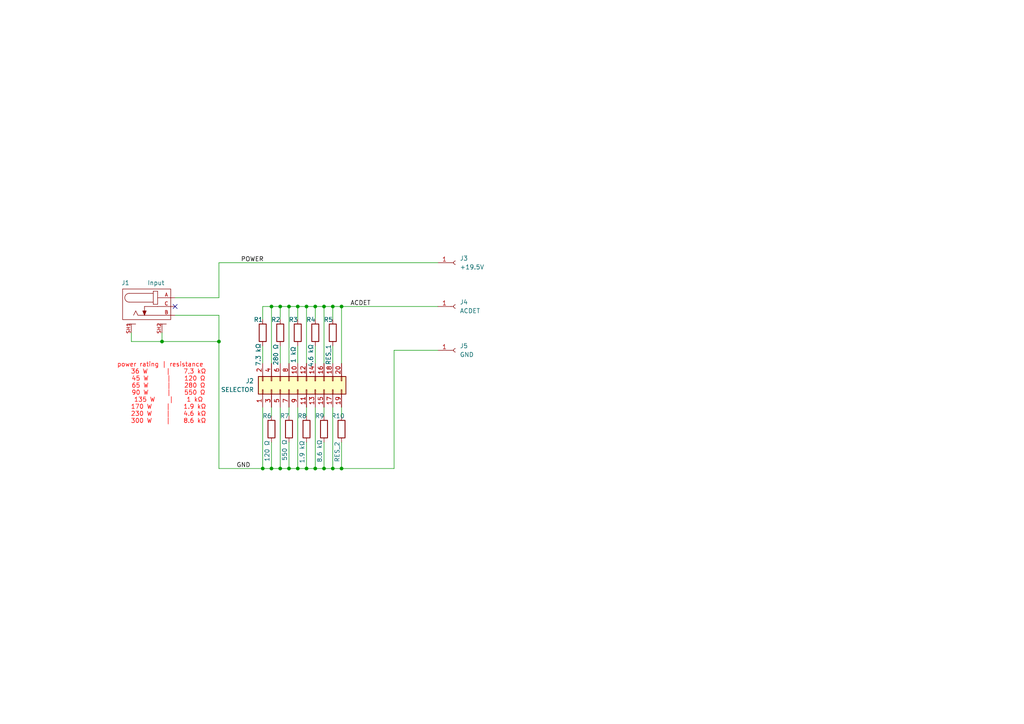
<source format=kicad_sch>
(kicad_sch (version 20250114) (generator "eeschema") (generator_version "9.0")
  (paper "A4")
  (lib_symbols
    (symbol "Connector:Conn_01x01_Socket" (pin_names (offset 1.016) (hide yes))
      (property "Reference" "J" (at 0 2.54 0))
      (property "Value" "Conn_01x01_Socket" (at 0 -2.54 0))
      (symbol "Conn_01x01_Socket_1_1"
        (polyline (pts (xy -1.27 0) (xy -0.508 0)) (stroke (width 0.1524)))
        (arc (start 0 -0.508) (mid -0.5058 0) (end 0 0.508) (stroke (width 0.1524)))
        (pin passive line (at -5.08 0 0) (length 3.81) (name "Pin_1") (number "1"))
      )
    )
    (symbol "Connector_Generic:Conn_02x10_Odd_Even" (pin_names (offset 1.016) (hide yes))
      (property "Reference" "J" (at 1.27 12.7 0))
      (property "Value" "Conn_02x10_Odd_Even" (at 1.27 -15.24 0))
      (symbol "Conn_02x10_Odd_Even_1_1"
        (rectangle (start -1.27 11.43) (end 3.81 -13.97) (stroke (width 0.254)) (fill (type background)))
        (rectangle (start -1.27 10.287) (end 0 10.033) (stroke (width 0.1524)))
        (rectangle (start -1.27 7.747) (end 0 7.493) (stroke (width 0.1524)))
        (rectangle (start -1.27 5.207) (end 0 4.953) (stroke (width 0.1524)))
        (rectangle (start -1.27 2.667) (end 0 2.413) (stroke (width 0.1524)))
        (rectangle (start -1.27 0.127) (end 0 -0.127) (stroke (width 0.1524)))
        (rectangle (start -1.27 -2.413) (end 0 -2.667) (stroke (width 0.1524)))
        (rectangle (start -1.27 -4.953) (end 0 -5.207) (stroke (width 0.1524)))
        (rectangle (start -1.27 -7.493) (end 0 -7.747) (stroke (width 0.1524)))
        (rectangle (start -1.27 -10.033) (end 0 -10.287) (stroke (width 0.1524)))
        (rectangle (start -1.27 -12.573) (end 0 -12.827) (stroke (width 0.1524)))
        (rectangle (start 3.81 10.287) (end 2.54 10.033) (stroke (width 0.1524)))
        (rectangle (start 3.81 7.747) (end 2.54 7.493) (stroke (width 0.1524)))
        (rectangle (start 3.81 5.207) (end 2.54 4.953) (stroke (width 0.1524)))
        (rectangle (start 3.81 2.667) (end 2.54 2.413) (stroke (width 0.1524)))
        (rectangle (start 3.81 0.127) (end 2.54 -0.127) (stroke (width 0.1524)))
        (rectangle (start 3.81 -2.413) (end 2.54 -2.667) (stroke (width 0.1524)))
        (rectangle (start 3.81 -4.953) (end 2.54 -5.207) (stroke (width 0.1524)))
        (rectangle (start 3.81 -7.493) (end 2.54 -7.747) (stroke (width 0.1524)))
        (rectangle (start 3.81 -10.033) (end 2.54 -10.287) (stroke (width 0.1524)))
        (rectangle (start 3.81 -12.573) (end 2.54 -12.827) (stroke (width 0.1524)))
        (pin passive line (at -5.08 10.16 0) (length 3.81) (name "Pin_1") (number "1"))
        (pin passive line (at -5.08 7.62 0) (length 3.81) (name "Pin_3") (number "3"))
        (pin passive line (at -5.08 5.08 0) (length 3.81) (name "Pin_5") (number "5"))
        (pin passive line (at -5.08 2.54 0) (length 3.81) (name "Pin_7") (number "7"))
        (pin passive line (at -5.08 0 0) (length 3.81) (name "Pin_9") (number "9"))
        (pin passive line (at -5.08 -2.54 0) (length 3.81) (name "Pin_11") (number "11"))
        (pin passive line (at -5.08 -5.08 0) (length 3.81) (name "Pin_13") (number "13"))
        (pin passive line (at -5.08 -7.62 0) (length 3.81) (name "Pin_15") (number "15"))
        (pin passive line (at -5.08 -10.16 0) (length 3.81) (name "Pin_17") (number "17"))
        (pin passive line (at -5.08 -12.7 0) (length 3.81) (name "Pin_19") (number "19"))
        (pin passive line (at 7.62 10.16 180) (length 3.81) (name "Pin_2") (number "2"))
        (pin passive line (at 7.62 7.62 180) (length 3.81) (name "Pin_4") (number "4"))
        (pin passive line (at 7.62 5.08 180) (length 3.81) (name "Pin_6") (number "6"))
        (pin passive line (at 7.62 2.54 180) (length 3.81) (name "Pin_8") (number "8"))
        (pin passive line (at 7.62 0 180) (length 3.81) (name "Pin_10") (number "10"))
        (pin passive line (at 7.62 -2.54 180) (length 3.81) (name "Pin_12") (number "12"))
        (pin passive line (at 7.62 -5.08 180) (length 3.81) (name "Pin_14") (number "14"))
        (pin passive line (at 7.62 -7.62 180) (length 3.81) (name "Pin_16") (number "16"))
        (pin passive line (at 7.62 -10.16 180) (length 3.81) (name "Pin_18") (number "18"))
        (pin passive line (at 7.62 -12.7 180) (length 3.81) (name "Pin_20") (number "20"))
      )
    )
    (symbol "Custom-Connector:54-00127" (pin_names (offset 1.016))
      (property "Reference" "J" (at -8.89 5.588 0))
      (property "Value" "54-00127" (at -6.096 5.588 0))
      (symbol "54-00127_0_0"
        (polyline (pts (xy -8.255 3.81) (xy -1.27 3.81)) (stroke (width 0.1524)))
        (arc (start -8.255 1.27) (mid -9.5194 2.54) (end -8.255 3.81) (stroke (width 0.1524)))
        (polyline (pts (xy -6.35 -1.27) (xy -6.985 -2.54)) (stroke (width 0.1524)))
        (polyline (pts (xy -5.715 -2.54) (xy -6.35 -1.27)) (stroke (width 0.1524)))
        (polyline (pts (xy -3.81 0) (xy -3.81 -2.54)) (stroke (width 0.1524)))
        (polyline (pts (xy -3.81 -2.54) (xy -4.318 -1.27) (xy -3.302 -1.27) (xy -3.81 -2.54)) (stroke (width 0.1524)) (fill (type outline)))
        (polyline (pts (xy -1.27 4.445) (xy -1.27 3.81)) (stroke (width 0.1524)))
        (polyline (pts (xy -1.27 3.81) (xy -1.27 1.27)) (stroke (width 0.1524)))
        (polyline (pts (xy -1.27 1.27) (xy -8.255 1.27)) (stroke (width 0.1524)))
        (polyline (pts (xy -1.27 1.27) (xy -1.27 0.635)) (stroke (width 0.1524)))
        (polyline (pts (xy -1.27 0.635) (xy 0 0.635)) (stroke (width 0.1524)))
        (polyline (pts (xy 0 4.445) (xy -1.27 4.445)) (stroke (width 0.1524)))
        (polyline (pts (xy 0 0.635) (xy 0 4.445)) (stroke (width 0.1524)))
        (polyline (pts (xy 0 0) (xy -3.81 0)) (stroke (width 0.1524)))
        (polyline (pts (xy 0 -2.54) (xy -5.715 -2.54)) (stroke (width 0.1524)))
        (pin passive line (at 5.08 2.54 180) (length 5.08) (name "~") (number "A"))
        (pin passive line (at 5.08 0 180) (length 5.08) (name "~") (number "C"))
        (pin passive line (at 5.08 -2.54 180) (length 5.08) (name "~") (number "B"))
      )
      (symbol "54-00127_0_1"
        (rectangle (start -10.16 5.08) (end 3.81 -3.81))
        (polyline (pts (xy -8.89 -5.08) (xy -6.35 -5.08)))
        (polyline (pts (xy 0 -5.08) (xy 2.54 -5.08)))
      )
      (symbol "54-00127_1_1"
        (pin passive line (at -7.62 -7.62 90) (length 2.54) (name "~") (number "SH1"))
        (pin passive line (at 1.27 -7.62 90) (length 2.54) (name "~") (number "SH2"))
      )
    )
    (symbol "Device:R" (pin_numbers (hide yes)) (pin_names (offset 0))
      (property "Reference" "R" (at 2.032 0 90))
      (property "Value" "R" (at 0 0 90))
      (symbol "R_0_1"
        (rectangle (start -1.016 -2.54) (end 1.016 2.54) (stroke (width 0.254)))
      )
      (symbol "R_1_1"
        (pin passive line (at 0 3.81 270) (length 1.27) (name "~") (number "1"))
        (pin passive line (at 0 -3.81 90) (length 1.27) (name "~") (number "2"))
      )
    )
  )
  (text "\npower rating | resistance\n	36 W	|	7,3 kΩ\n	45 W	|	120 Ω\n	65 W	|	280 Ω\n	90 W	|	550 Ω\n	135 W	|	1 kΩ\n	170 W	|	1.9 kΩ\n	230 W	|	4.6 kΩ\n	300 W	|	8.6 kΩ" (at 46.482 113.03 0) (effects (font (size 1.27 1.27))))
  (junction (at 63.5 99.06))
  (junction (at 96.52 88.9))
  (junction (at 93.98 88.9))
  (junction (at 88.9 88.9))
  (junction (at 81.28 135.89))
  (junction (at 76.2 135.89))
  (junction (at 86.36 88.9))
  (junction (at 99.06 88.9))
  (junction (at 93.98 135.89))
  (junction (at 46.99 99.06))
  (junction (at 96.52 135.89))
  (junction (at 86.36 135.89))
  (junction (at 81.28 88.9))
  (junction (at 83.82 135.89))
  (junction (at 91.44 88.9))
  (junction (at 99.06 135.89))
  (junction (at 91.44 135.89))
  (junction (at 78.74 88.9))
  (junction (at 83.82 88.9))
  (junction (at 78.74 135.89))
  (junction (at 88.9 135.89))
  (no_connect (at 50.8 88.9))
  (wire (pts (xy 88.9 118.11) (xy 88.9 120.65)))
  (wire (pts (xy 76.2 118.11) (xy 76.2 135.89)))
  (wire (pts (xy 78.74 128.27) (xy 78.74 135.89)))
  (wire (pts (xy 91.44 135.89) (xy 93.98 135.89)))
  (wire (pts (xy 96.52 88.9) (xy 99.06 88.9)))
  (wire (pts (xy 78.74 88.9) (xy 78.74 105.41)))
  (wire (pts (xy 96.52 135.89) (xy 99.06 135.89)))
  (wire (pts (xy 63.5 135.89) (xy 76.2 135.89)))
  (wire (pts (xy 76.2 135.89) (xy 78.74 135.89)))
  (wire (pts (xy 78.74 88.9) (xy 81.28 88.9)))
  (wire (pts (xy 83.82 88.9) (xy 86.36 88.9)))
  (wire (pts (xy 50.8 86.36) (xy 63.5 86.36)))
  (wire (pts (xy 99.06 118.11) (xy 99.06 120.65)))
  (wire (pts (xy 81.28 88.9) (xy 81.28 92.71)))
  (wire (pts (xy 93.98 88.9) (xy 93.98 105.41)))
  (wire (pts (xy 76.2 100.33) (xy 76.2 105.41)))
  (wire (pts (xy 88.9 88.9) (xy 88.9 105.41)))
  (wire (pts (xy 81.28 100.33) (xy 81.28 105.41)))
  (wire (pts (xy 83.82 128.27) (xy 83.82 135.89)))
  (wire (pts (xy 81.28 135.89) (xy 83.82 135.89)))
  (wire (pts (xy 91.44 88.9) (xy 93.98 88.9)))
  (wire (pts (xy 63.5 99.06) (xy 63.5 135.89)))
  (wire (pts (xy 50.8 91.44) (xy 63.5 91.44)))
  (wire (pts (xy 96.52 100.33) (xy 96.52 105.41)))
  (wire (pts (xy 83.82 118.11) (xy 83.82 120.65)))
  (wire (pts (xy 81.28 118.11) (xy 81.28 135.89)))
  (wire (pts (xy 46.99 99.06) (xy 63.5 99.06)))
  (wire (pts (xy 83.82 135.89) (xy 86.36 135.89)))
  (wire (pts (xy 86.36 88.9) (xy 88.9 88.9)))
  (wire (pts (xy 99.06 128.27) (xy 99.06 135.89)))
  (wire (pts (xy 99.06 88.9) (xy 99.06 105.41)))
  (wire (pts (xy 93.98 118.11) (xy 93.98 120.65)))
  (wire (pts (xy 88.9 135.89) (xy 91.44 135.89)))
  (wire (pts (xy 86.36 100.33) (xy 86.36 105.41)))
  (wire (pts (xy 93.98 88.9) (xy 96.52 88.9)))
  (wire (pts (xy 83.82 88.9) (xy 83.82 105.41)))
  (wire (pts (xy 76.2 88.9) (xy 76.2 92.71)))
  (wire (pts (xy 114.3 101.6) (xy 127 101.6)))
  (wire (pts (xy 88.9 128.27) (xy 88.9 135.89)))
  (wire (pts (xy 63.5 76.2) (xy 127 76.2)))
  (wire (pts (xy 63.5 86.36) (xy 63.5 76.2)))
  (wire (pts (xy 99.06 88.9) (xy 127 88.9)))
  (wire (pts (xy 93.98 128.27) (xy 93.98 135.89)))
  (wire (pts (xy 38.1 99.06) (xy 46.99 99.06)))
  (wire (pts (xy 46.99 96.52) (xy 46.99 99.06)))
  (wire (pts (xy 88.9 88.9) (xy 91.44 88.9)))
  (wire (pts (xy 96.52 118.11) (xy 96.52 135.89)))
  (wire (pts (xy 96.52 88.9) (xy 96.52 92.71)))
  (wire (pts (xy 91.44 118.11) (xy 91.44 135.89)))
  (wire (pts (xy 86.36 88.9) (xy 86.36 92.71)))
  (wire (pts (xy 91.44 100.33) (xy 91.44 105.41)))
  (wire (pts (xy 91.44 88.9) (xy 91.44 92.71)))
  (wire (pts (xy 78.74 118.11) (xy 78.74 120.65)))
  (wire (pts (xy 99.06 135.89) (xy 114.3 135.89)))
  (wire (pts (xy 38.1 96.52) (xy 38.1 99.06)))
  (wire (pts (xy 86.36 118.11) (xy 86.36 135.89)))
  (wire (pts (xy 78.74 135.89) (xy 81.28 135.89)))
  (wire (pts (xy 76.2 88.9) (xy 78.74 88.9)))
  (wire (pts (xy 86.36 135.89) (xy 88.9 135.89)))
  (wire (pts (xy 63.5 91.44) (xy 63.5 99.06)))
  (wire (pts (xy 114.3 135.89) (xy 114.3 101.6)))
  (wire (pts (xy 81.28 88.9) (xy 83.82 88.9)))
  (wire (pts (xy 93.98 135.89) (xy 96.52 135.89)))
  (label "GND" (at 68.58 135.89 0))
  (label "ACDET" (at 101.6 88.9 0))
  (label "POWER" (at 69.85 76.2 0))
  (symbol (lib_id "Connector:Conn_01x01_Socket") (at 132.08 76.2 0) (unit 1)
    (property "Reference" "J3" (at 133.35 74.9299 0) (effects (justify left)))
    (property "Value" "+19.5V" (at 133.35 77.4699 0) (effects (justify left)))
    (property "Footprint" "Connector_Wire:SolderWire-2sqmm_1x01_D2mm_OD3.9mm" (effects (hide yes)))
    (property "Description" "Generic connector, single row, 01x01, script generated" (effects (hide yes)))
  )
  (symbol (lib_id "Device:R") (at 99.06 124.46 0) (unit 1)
    (property "Reference" "R10" (at 98.044 120.65 0))
    (property "Value" "RES_2" (at 97.79 131.064 90))
    (property "Footprint" "Resistor_SMD:R_0805_2012Metric" (effects (hide yes)))
    (property "Description" "Resistor" (effects (hide yes)))
    (property "POWER" "RES_2" (effects (hide yes)))
  )
  (symbol (lib_id "Connector:Conn_01x01_Socket") (at 132.08 88.9 0) (unit 1)
    (property "Reference" "J4" (at 133.35 87.6299 0) (effects (justify left)))
    (property "Value" "ACDET" (at 133.35 90.1699 0) (effects (justify left)))
    (property "Footprint" "Connector_Wire:SolderWire-0.5sqmm_1x01_D0.9mm_OD2.1mm" (effects (hide yes)))
    (property "Description" "Generic connector, single row, 01x01, script generated" (effects (hide yes)))
  )
  (symbol (lib_id "Device:R") (at 76.2 96.52 0) (unit 1)
    (property "Reference" "R1" (at 74.93 92.71 0))
    (property "Value" "7.3 kΩ" (at 74.93 102.87 90))
    (property "Footprint" "Resistor_SMD:R_0805_2012Metric" (effects (hide yes)))
    (property "Description" "Resistor" (effects (hide yes)))
    (property "POWER" "36W" (effects (hide yes)))
  )
  (symbol (lib_id "Connector:Conn_01x01_Socket") (at 132.08 101.6 0) (unit 1)
    (property "Reference" "J5" (at 133.35 100.3299 0) (effects (justify left)))
    (property "Value" "GND" (at 133.35 102.8699 0) (effects (justify left)))
    (property "Footprint" "Connector_Wire:SolderWire-2sqmm_1x01_D2mm_OD3.9mm" (effects (hide yes)))
    (property "Description" "Generic connector, single row, 01x01, script generated" (effects (hide yes)))
  )
  (symbol (lib_id "Device:R") (at 91.44 96.52 0) (unit 1)
    (property "Reference" "R4" (at 90.17 92.71 0))
    (property "Value" "4.6 kΩ" (at 90.17 103.124 90))
    (property "Footprint" "Resistor_SMD:R_0805_2012Metric" (effects (hide yes)))
    (property "Description" "Resistor" (effects (hide yes)))
    (property "POWER" "230W" (effects (hide yes)))
  )
  (symbol (lib_id "Device:R") (at 86.36 96.52 0) (unit 1)
    (property "Reference" "R3" (at 85.09 92.71 0))
    (property "Value" "1 kΩ" (at 85.09 102.87 90))
    (property "Footprint" "Resistor_SMD:R_0805_2012Metric" (effects (hide yes)))
    (property "Description" "Resistor" (effects (hide yes)))
    (property "POWER" "135W" (effects (hide yes)))
  )
  (symbol (lib_id "Device:R") (at 93.98 124.46 0) (unit 1)
    (property "Reference" "R9" (at 92.71 120.65 0))
    (property "Value" "8.6 kΩ" (at 92.71 130.81 90))
    (property "Footprint" "Resistor_SMD:R_0805_2012Metric" (effects (hide yes)))
    (property "Description" "Resistor" (effects (hide yes)))
    (property "POWER" "300W" (effects (hide yes)))
  )
  (symbol (lib_id "Device:R") (at 83.82 124.46 0) (unit 1)
    (property "Reference" "R7" (at 82.55 120.65 0))
    (property "Value" "550 Ω" (at 82.55 130.556 90))
    (property "Footprint" "Resistor_SMD:R_0805_2012Metric" (effects (hide yes)))
    (property "Description" "Resistor" (effects (hide yes)))
    (property "POWER" "90W" (effects (hide yes)))
  )
  (symbol (lib_id "Device:R") (at 81.28 96.52 0) (unit 1)
    (property "Reference" "R2" (at 80.01 92.71 0))
    (property "Value" "280 Ω" (at 80.01 102.87 90))
    (property "Footprint" "Resistor_SMD:R_0805_2012Metric" (effects (hide yes)))
    (property "Description" "Resistor" (effects (hide yes)))
    (property "POWER" "65W" (effects (hide yes)))
  )
  (symbol (lib_id "Device:R") (at 96.52 96.52 0) (unit 1)
    (property "Reference" "R5" (at 95.25 92.71 0))
    (property "Value" "RES_1" (at 95.25 102.87 90))
    (property "Footprint" "Resistor_SMD:R_0805_2012Metric" (effects (hide yes)))
    (property "Description" "Resistor" (effects (hide yes)))
    (property "POWER" "RES_1" (effects (hide yes)))
  )
  (symbol (lib_id "Connector_Generic:Conn_02x10_Odd_Even") (at 86.36 113.03 90) (unit 1)
    (property "Reference" "J2" (at 73.66 110.4899 90) (effects (justify left)))
    (property "Value" "SELECTOR" (at 73.66 113.0299 90) (effects (justify left)))
    (property "Footprint" "Connector_PinHeader_2.54mm:PinHeader_2x10_P2.54mm_Vertical" (effects (hide yes)))
    (property "Description" "Generic connector, double row, 02x10, odd/even pin numbering scheme (row 1 odd numbers, row 2 even numbers), script generated (kicad-library-utils/schlib/autogen/connector/)" (effects (hide yes)))
  )
  (symbol (lib_id "Device:R") (at 88.9 124.46 0) (unit 1)
    (property "Reference" "R8" (at 87.63 120.65 0))
    (property "Value" "1.9 kΩ" (at 87.63 131.064 90))
    (property "Footprint" "Resistor_SMD:R_0805_2012Metric" (effects (hide yes)))
    (property "Description" "Resistor" (effects (hide yes)))
    (property "POWER" "170W" (effects (hide yes)))
  )
  (symbol (lib_id "Device:R") (at 78.74 124.46 0) (unit 1)
    (property "Reference" "R6" (at 77.47 120.65 0))
    (property "Value" "120 Ω" (at 77.47 130.81 90))
    (property "Footprint" "Resistor_SMD:R_0805_2012Metric" (effects (hide yes)))
    (property "Description" "Resistor" (effects (hide yes)))
    (property "POWER" "45W" (effects (hide yes)))
  )
  (symbol (lib_id "Custom-Connector:54-00127") (at 45.72 88.9 0) (unit 1)
    (property "Reference" "J1" (at 37.592 82.042 0) (effects (justify right)))
    (property "Value" "Input" (at 47.752 82.042 0) (effects (justify right)))
    (property "Footprint" "Custom-Connector:TENSILITY_54-00127" (effects (hide yes)))
    (property "Description" "DC Barrel Jack with a mounting pin" (effects (hide yes)))
    (property "MF" "Tensility International Corp" (effects (hide yes)))
    (property "MAXIMUM_PACKAGE_HEIGHT" "7.3mm" (effects (hide yes)))
    (property "Package" "None" (effects (hide yes)))
    (property "Price" "None" (effects (hide yes)))
    (property "Check_prices" "https://www.snapeda.com/parts/54-00127/Tensility/view-part/?ref=eda" (effects (hide yes)))
    (property "STANDARD" "Manufacturer Recommendations" (effects (hide yes)))
    (property "PARTREV" "A" (effects (hide yes)))
    (property "SnapEDA_Link" "https://www.snapeda.com/parts/54-00127/Tensility/view-part/?ref=snap" (effects (hide yes)))
    (property "MP" "54-00127" (effects (hide yes)))
    (property "Description_1" "Connector, dc jack 5.5x2.1 mm, PCB mount, 90 degrees, silver plated, thru hole" (effects (hide yes)))
    (property "MANUFACTURER" "TENSILITY" (effects (hide yes)))
    (property "Availability" "In Stock" (effects (hide yes)))
    (property "SNAPEDA_PN" "54-00127" (effects (hide yes)))
  )
)
</source>
